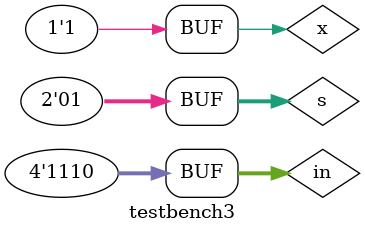
<source format=sv>
`timescale 1ns / 1ps
module testbench3();
logic x;
logic [1:0]s;
logic [3:0]in;
logic out;

mux4_to_1 dut(x,s,in,out);

initial begin
    x = 1; in[0] = 0; in[1] = 0; in[2] = 0; in[3] = 0; s[0] = 0; s[1] = 0; #10; 
    s[0] = 1; s[1] = 0; #10; 
    s[0] = 0; s[1] = 1; #10; 
    s[0] = 1; s[1] = 1; #10; 
    in[0] = 1; s[0] = 0; s[1] = 0; #10; 
    s[0] = 1; s[1] = 0; #10; 
    s[0] = 0; s[1] = 1; #10; 
    s[0] = 1; s[1] = 1; #10; 
    s[0] = 0; s[1] = 0; #10; 
    in[0] = 0; in[1] = 1; s[0] = 1; s[1] = 0; #10; 
    s[0] = 0; s[1] = 1; #10; 
    s[0] = 1; s[1] = 1; #10; 
    s[0] = 0; s[1] = 0; #10; 
    in[0] = 1; s[0] = 1; s[1] = 0; #10; 
    s[0] = 0; s[1] = 1; #10; 
    s[0] = 1; s[1] = 1; #10; 
    s[0] = 0; s[1] = 0; #10; 
    in[0] = 0; in[1] = 0; in[2] = 1; s[0] = 1; s[1] = 0; #10; 
    s[0] = 0; s[1] = 1; #10;  
    s[0] = 1; s[1] = 1; #10; 
    s[0] = 0; s[1] = 0; #10;
    in[0] = 1; s[0] = 1; s[1] = 0; #10;
    s[0] = 0; s[1] = 1; #10;
    s[0] = 1; s[1] = 1; #10;
    s[0] = 0; s[1] = 0; #10;
    s[0] = 1; s[1] = 0; #10;
    in[0] = 0; in[1] = 1; s[0] = 0; s[1] = 1; #10;
    s[0] = 1; s[1] = 1; #10;
    s[0] = 0; s[1] = 0; #10;
    s[0] = 1; s[1] = 0; #10;
    in[0] = 1; s[0] = 0; s[1] = 1; #10;
    s[0] = 1; s[1] = 1; #10;
    s[0] = 0; s[1] = 0; #10;
    s[0] = 1; s[1] = 0; #10;
    in[0] = 0; in[1] = 0; in[2] = 0; in[3] = 1; s[0] = 0; s[1] = 0; #10;
    s[0] = 1; s[1] = 0; #10;
    s[0] = 0; s[1] = 1; #10;
    s[0] = 1; s[1] = 1; #10; 
    in[0] = 1; s[0] = 0; s[1] = 0; #10;
    s[0] = 1; s[1] = 0; #10;
    s[0] = 0; s[1] = 1; #10;
    s[0] = 1; s[1] = 1; #10;
    s[0] = 0; s[1] = 0; #10;
    in[0] = 0; in[1] = 1; s[0] = 1; s[1] = 0; #10;
    s[0] = 0; s[1] = 1; #10;
    s[0] = 1; s[1] = 1; #10;
    s[0] = 0; s[1] = 0; #10;
    in[0] = 1; s[0] = 1; s[1] = 0; #10;
    s[0] = 0; s[1] = 1; #10;
    s[0] = 1; s[1] = 1; #10;
    s[0] = 0; s[1] = 0; #10;
    in[0] = 0; in[1] = 0; in[2] = 1; s[0] = 1; s[1] = 0; #10;
    s[0] = 0; s[1] = 1; #10;
    s[0] = 1; s[1] = 1; #10;
    s[0] = 0; s[1] = 0; #10;
    in[0] = 1; s[0] = 1; s[1] = 0; #10;
    s[0] = 0; s[1] = 1; #10;
    s[0] = 1; s[1] = 1; #10;
    s[0] = 0; s[1] = 0; #10;
    s[0] = 1; s[1] = 0; #10;
    in[0] = 0; in[1] = 1; s[0] = 0; s[1] = 1; #10;
    s[0] = 1; s[1] = 1; #10;
    s[0] = 0; s[1] = 0; #10;
    s[0] = 1; s[1] = 0; #10;
    
   end
endmodule


</source>
